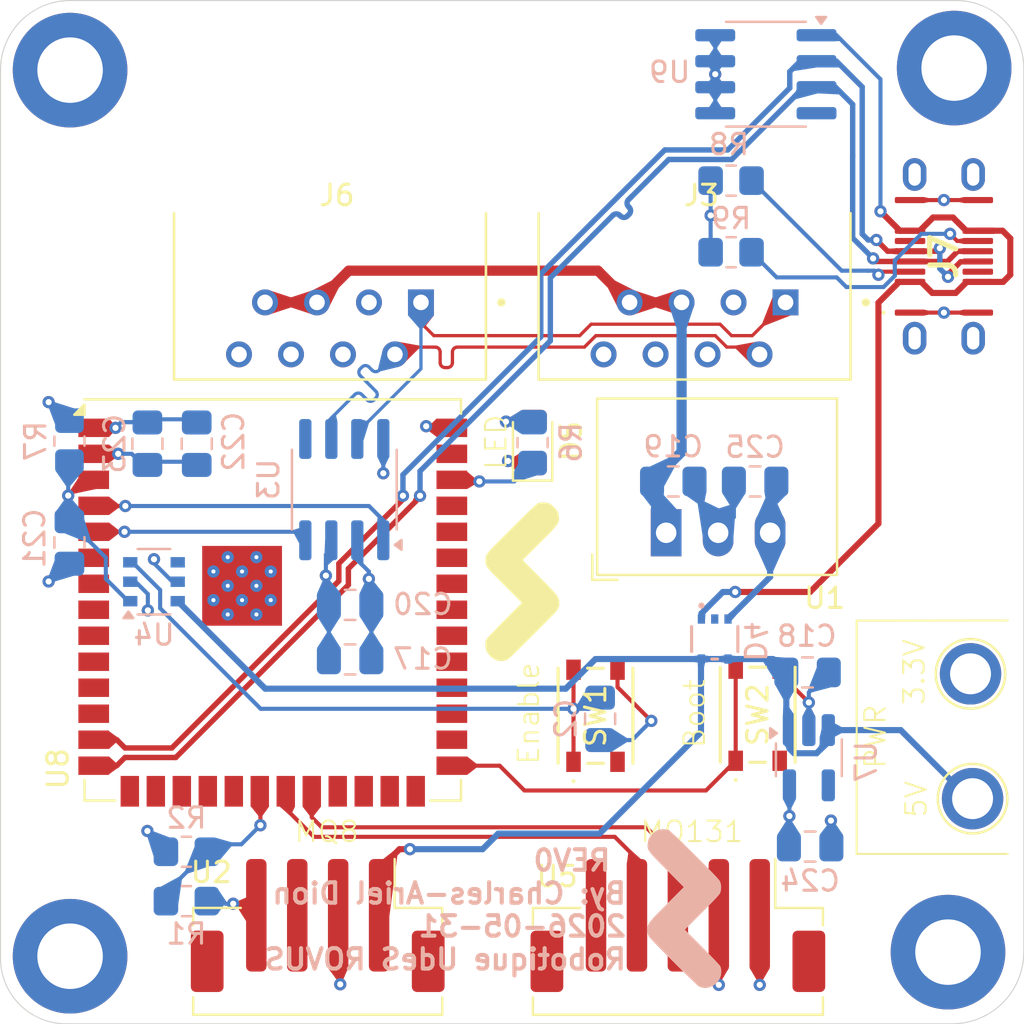
<source format=kicad_pcb>
(kicad_pcb (version 20241229) (generator "pcbnew") (generator_version "9.0")
  (layers (0 "F.Cu" signal) (4 "In1.Cu" power "GND") (6 "In2.Cu" power "3.3V") (2 "B.Cu" signal) (13 "F.Paste" user) (15 "B.Paste" user) (5 "F.SilkS" user "F.Silkscreen") (7 "B.SilkS" user "B.Silkscreen") (1 "F.Mask" user) (3 "B.Mask" user) (25 "Edge.Cuts" user))
  (property "AUTHOR" "<ENTER_AUTOR_HERE>")
  (property "GROUP_NAME" "Robotique UdeS")
  (property "REVISION" "0")
  (property "TEAM" "ROVUS")
  (net 0 "")
  (net 1 "GND")
  (net 2 "EN_ESP")
  (net 3 "+3.3V")
  (net 4 "+5V")
  (net 5 "+24V")
  (net 6 "+5V_ETH")
  (net 8 "+5V_USB")
  (net 9 "Net-(D5-A)")
  (net 11 "CAN_N")
  (net 13 "CAN_P")
  (net 14 "EN_SW")
  (net 17 "USB_P")
  (net 18 "Net-(J7-CC2)")
  (net 19 "Net-(J7-CC1)")
  (net 20 "USB_N")
  (net 26 "LED_BUILDIN")
  (net 27 "GPIO_0")
  (net 28 "MQ131_SDA")
  (net 29 "MQ131_SCL")
  (net 30 "MQ8_AOUT")
  (net 31 "RXC")
  (net 32 "TXC")
  (net 63 "/Sensors/MQ8_AOUT_5V")
  (footprint "RoverFootprint:MountingHole" (layer "F.Cu") (at 76.6 33.3)
    (property "Reference" "H10" (hide yes))
    (property "Value" "MountingHole_Pad")
  )
  (footprint "LED_SMD:LED_0805_2012Metric_Pad1.15x1.40mm_HandSolder" (layer "F.Cu") (at 56 51.6 90)
    (property "Reference" "D5")
    (property "Value" "B")
  )
  (footprint "RoverFootprint:Ethernet_Horizontal" (layer "F.Cu") (at 46.1 38.4 180)
    (property "Reference" "J6")
    (property "Value" "Eth-Horiz")
  )
  (footprint "TestPoint:TestPoint_Plated_Hole_D2.0mm" (layer "F.Cu") (at 77.4 62.9)
    (property "Reference" "TP2" (hide yes))
    (property "Value" "TestPoint")
  )
  (footprint "RoverFootprint:Ethernet_Horizontal" (layer "F.Cu") (at 63.916 38.4 180)
    (property "Reference" "J3")
    (property "Value" "Eth-Horiz")
  )
  (footprint "RoverFootprint:USB4145_GCT" (layer "F.Cu") (at 76.1 42.5 90)
    (property "Reference" "J7")
    (property "Value" "USB_C_USB4145-GCT" (hide yes))
  )
  (footprint "Connector_JST:JST_PH_B5B-PH-SM4-TB_1x05-1MP_P2.00mm_Vertical" (layer "F.Cu") (at 63.1 75.2 180)
    (property "Reference" "U5")
    (property "Value" "MQ-131")
  )
  (footprint "Converter_DCDC:Converter_DCDC_RECOM_R-78E-0.5_THT" (layer "F.Cu") (at 62.5275 56.0075)
    (property "Reference" "U1")
    (property "Value" "R-78E5.0-0.5")
  )
  (footprint "RoverFootprint:MountingHole" (layer "F.Cu") (at 33.4 33.4)
    (property "Reference" "H9" (hide yes))
    (property "Value" "MountingHole_Pad")
  )
  (footprint "RoverFootprint:MountingHole" (layer "F.Cu") (at 76.3 76.5)
    (property "Reference" "H11" (hide yes))
    (property "Value" "MountingHole_Pad")
  )
  (footprint "RoverFootprint:SW-PTS815 SJM250SMTRLFS" (layer "F.Cu") (at 67 64.9 90)
    (property "Reference" "SW2")
    (property "Value" "SW-PTS815SJM250SMTRLFS")
  )
  (footprint "RoverFootprint:MountingHole" (layer "F.Cu") (at 33.4 76.7)
    (property "Reference" "H12" (hide yes))
    (property "Value" "MountingHole_Pad")
  )
  (footprint "RoverFootprint:SW-PTS815 SJM250SMTRLFS" (layer "F.Cu") (at 59.074999 64.950001 90)
    (property "Reference" "SW1")
    (property "Value" "SW-PTS815SJM250SMTRLFS")
  )
  (footprint "RF_Module:ESP32-S3-WROOM-1U" (layer "F.Cu") (at 43.304394 59.29)
    (property "Reference" "U8")
    (property "Value" "ESP32-S3-WROVER")
  )
  (footprint "TestPoint:TestPoint_Plated_Hole_D2.0mm" (layer "F.Cu") (at 77.5 69)
    (property "Reference" "TP1" (hide yes))
    (property "Value" "TestPoint")
  )
  (footprint "Connector_JST:JST_PH_B4B-PH-SM4-TB_1x04-1MP_P2.00mm_Vertical" (layer "F.Cu") (at 45.5 75.199 180)
    (property "Reference" "U2")
    (property "Value" "MQ-8")
  )
  (footprint "LOGO" (layer "F.Cu") (at 55.339123 58.164498)
    (property "Reference" "G***" (hide yes))
    (property "Value" "LOGO" (hide yes))
  )
  (footprint "Capacitor_SMD:C_0805_2012Metric_Pad1.18x1.45mm_HandSolder" (layer "B.Cu") (at 62.8745 53.5)
    (property "Reference" "C19")
    (property "Value" "10uF")
  )
  (footprint "Capacitor_SMD:C_0805_2012Metric_Pad1.18x1.45mm_HandSolder" (layer "B.Cu") (at 59.3 65.1 -90)
    (property "Reference" "C2")
    (property "Value" "100nF")
  )
  (footprint "Resistor_SMD:R_0805_2012Metric_Pad1.20x1.40mm_HandSolder" (layer "B.Cu") (at 33.368 51.529 -90)
    (property "Reference" "R7")
    (property "Value" "10k")
  )
  (footprint "Capacitor_SMD:C_0805_2012Metric_Pad1.18x1.45mm_HandSolder" (layer "B.Cu") (at 66.8745 53.5 180)
    (property "Reference" "C25")
    (property "Value" "10uF")
  )
  (footprint "Package_TO_SOT_SMD:SOT-23-5_HandSoldering" (layer "B.Cu") (at 69.5 67 -90)
    (property "Reference" "U7")
    (property "Value" "LDO-TLV74033PDBVR")
  )
  (footprint "Capacitor_SMD:C_0805_2012Metric_Pad1.18x1.45mm_HandSolder" (layer "B.Cu") (at 69.563 71.341)
    (property "Reference" "C24")
    (property "Value" "10uF")
  )
  (footprint "Capacitor_SMD:C_0805_2012Metric_Pad1.18x1.45mm_HandSolder" (layer "B.Cu") (at 39.588 51.656 90)
    (property "Reference" "C22")
    (property "Value" "10uF")
  )
  (footprint "Resistor_SMD:R_0805_2012Metric_Pad1.20x1.40mm_HandSolder" (layer "B.Cu") (at 65.7 42.3 180)
    (property "Reference" "R9")
    (property "Value" "5k1")
  )
  (footprint "Package_SO:TSOP-6_1.65x3.05mm_P0.95mm" (layer "B.Cu") (at 37.5 58.4)
    (property "Reference" "U4")
    (property "Value" "Volt_check-NCV308")
  )
  (footprint "Resistor_SMD:R_0805_2012Metric_Pad1.20x1.40mm_HandSolder" (layer "B.Cu") (at 65.7 38.8 180)
    (property "Reference" "R8")
    (property "Value" "5k1")
  )
  (footprint "Capacitor_SMD:C_0805_2012Metric_Pad1.18x1.45mm_HandSolder" (layer "B.Cu") (at 47.084 59.53)
    (property "Reference" "C20")
    (property "Value" "100nF")
  )
  (footprint "Resistor_SMD:R_0805_2012Metric_Pad1.20x1.40mm_HandSolder" (layer "B.Cu") (at 39.083 71.595 180)
    (property "Reference" "R2")
    (property "Value" "20k")
  )
  (footprint "Resistor_SMD:R_0805_2012Metric_Pad1.20x1.40mm_HandSolder" (layer "B.Cu") (at 39.083 74.008 180)
    (property "Reference" "R1")
    (property "Value" "10k")
  )
  (footprint "Capacitor_SMD:C_0805_2012Metric_Pad1.18x1.45mm_HandSolder" (layer "B.Cu") (at 33.368 56.482 -90)
    (property "Reference" "C21")
    (property "Value" "1uF")
  )
  (footprint "LOGO" (layer "B.Cu") (at 63.573 74.137 180)
    (property "Reference" "G***" (hide yes))
    (property "Value" "LOGO" (hide yes))
  )
  (footprint "Capacitor_SMD:C_0805_2012Metric_Pad1.18x1.45mm_HandSolder" (layer "B.Cu") (at 69.436 62.832)
    (property "Reference" "C18")
    (property "Value" "10uF")
  )
  (footprint "Resistor_SMD:R_0805_2012Metric_Pad1.20x1.40mm_HandSolder" (layer "B.Cu") (at 56 51.6 90)
    (property "Reference" "R6")
    (property "Value" "1k")
  )
  (footprint "RoverFootprint:Diode_schottky-CVJ10F30" (layer "B.Cu") (at 64.9 61.2 -90)
    (property "Reference" "D4")
    (property "Value" "CVJ10F30")
  )
  (footprint "Capacitor_SMD:C_0805_2012Metric_Pad1.18x1.45mm_HandSolder" (layer "B.Cu") (at 47.084 62.197)
    (property "Reference" "C17")
    (property "Value" "10uF")
  )
  (footprint "Package_SO:SOIC-8_3.9x4.9mm_P1.27mm" (layer "B.Cu") (at 46.8 53.9 90)
    (property "Reference" "U3")
    (property "Value" "SN65HVD232")
  )
  (footprint "Package_SO:SOIC-8_3.9x4.9mm_P1.27mm" (layer "B.Cu") (at 67.4 33.6 180)
    (property "Reference" "U9")
    (property "Value" "TVS")
  )
  (footprint "Capacitor_SMD:C_0805_2012Metric_Pad1.18x1.45mm_HandSolder" (layer "B.Cu") (at 37.178 51.656 -90)
    (property "Reference" "C23")
    (property "Value" "100nF")
  )
  (gr_line (start 71.8375 71.7) (end 71.8375 60.3) (stroke (width 0.1)) (layer "F.SilkS"))
  (gr_line (start 71.8375 60.3) (end 79.215 60.292) (stroke (width 0.1)) (layer "F.SilkS"))
  (gr_line (start 79.215 71.7) (end 71.8375 71.7) (stroke (width 0.1)) (layer "F.SilkS"))
  (gr_arc (start 80 76.5) (mid 78.974874 78.974874) (end 76.5 80) (stroke (width 0.05)) (layer "Edge.Cuts"))
  (gr_line (start 33.4 30) (end 76.6 30) (stroke (width 0.05)) (layer "Edge.Cuts"))
  (gr_arc (start 33.2 80) (mid 30.937258 79.062742) (end 30 76.8) (stroke (width 0.05)) (layer "Edge.Cuts"))
  (gr_line (start 30 33.4) (end 30 76.8) (stroke (width 0.05)) (layer "Edge.Cuts"))
  (gr_line (start 33.2 80) (end 76.5 80) (stroke (width 0.05)) (layer "Edge.Cuts"))
  (gr_arc (start 76.6 30) (mid 78.962742 30.895837) (end 80 33.2) (stroke (width 0.05)) (layer "Edge.Cuts"))
  (gr_arc (start 30 33.4) (mid 30.995837 30.995837) (end 33.4 30) (stroke (width 0.05)) (layer "Edge.Cuts"))
  (gr_line (start 80 33.200027) (end 80 76.5) (stroke (width 0.05)) (layer "Edge.Cuts"))
  (gr_text "Enable" (at 56.4 67.4 90) (layer "F.SilkS") (effects (font (size 1 1) (thickness 0.1)) (justify left bottom)))
  (gr_text "5V" (at 75.3375 70 90) (layer "F.SilkS") (effects (font (size 1 1) (thickness 0.1)) (justify left bottom)))
  (gr_text "LED" (at 54.8 53 90) (layer "F.SilkS") (effects (font (size 1 1) (thickness 0.1)) (justify left bottom)))
  (gr_text "MQ8" (at 44.3 71.2 0) (layer "F.SilkS") (effects (font (size 1 1) (thickness 0.1)) (justify left bottom)))
  (gr_text "PWR" (at 73.3375 67.6 90) (layer "F.SilkS") (effects (font (size 1 1) (thickness 0.1)) (justify left bottom)))
  (gr_text "3.3V" (at 75.2375 64.5 90) (layer "F.SilkS") (effects (font (size 1 1) (thickness 0.1)) (justify left bottom)))
  (gr_text "Boot" (at 64.5 66.6 90) (layer "F.SilkS") (effects (font (size 1 1) (thickness 0.1)) (justify left bottom)))
  (gr_text "MQ131" (at 61.2 71.2 0) (layer "F.SilkS") (effects (font (size 1 1) (thickness 0.1)) (justify left bottom)))
  (gr_text "${PROJECTNAME} REV${REVISION}\nBy: Charles-Ariel Dion\n${CURRENT_DATE}\n${GROUP_NAME} ${TEAM}\n" (at 60.673 77.437 0) (layer "B.SilkS") (effects (font (size 1 1) (thickness 0.2) (bold yes)) (justify left bottom mirror)))
  (segment (start 75.07 46.28) (end 75.07 46.5) (width 0.2) (layer "F.Cu") (net 1))
  (segment (start 65.1 74.7) (end 65.1 78.1) (width 0.2) (layer "F.Cu") (net 1))
  (segment (start 65.1 78.1) (end 65.1 78.2) (width 0.2) (layer "F.Cu") (net 1))
  (segment (start 46.6 75.6) (end 46.6 78.072) (width 0.2) (layer "F.Cu") (net 1))
  (segment (start 77.35 46.5) (end 77.93 46.5) (width 0.2) (layer "F.Cu") (net 1))
  (segment (start 74.67 38.5) (end 74.75 38.5) (width 0.2) (layer "F.Cu") (net 1))
  (segment (start 52.054394 50.88) (end 50.88 50.88) (width 0.2) (layer "F.Cu") (net 1))
  (segment (start 35.62 50.88) (end 34.554394 50.88) (width 0.2) (layer "F.Cu") (net 1))
  (segment (start 60.149998 62.7) (end 60.149998 63.549998) (width 0.2) (layer "F.Cu") (net 1))
  (segment (start 60.149998 63.549998) (end 61.8 65.2) (width 0.2) (layer "F.Cu") (net 1))
  (segment (start 76.3 45.25) (end 76.1 45.25) (width 0.2) (layer "F.Cu") (net 1))
  (segment (start 50.88 50.88) (end 50.8 50.8) (width 0.2) (layer "F.Cu") (net 1))
  (segment (start 54.925 52.625) (end 54.8 52.5) (width 0.2) (layer "F.Cu") (net 1))
  (segment (start 76.28 39.75) (end 76.1 39.75) (width 0.2) (layer "F.Cu") (net 1))
  (segment (start 74.445 39.75) (end 76 39.75) (width 0.2) (layer "F.Cu") (net 1))
  (segment (start 68.074999 62.649999) (end 68.074999 62.874999) (width 0.2) (layer "F.Cu") (net 1))
  (segment (start 76 39.75) (end 77.755 39.75) (width 0.2) (layer "F.Cu") (net 1))
  (segment (start 76.1 39.75) (end 76 39.75) (width 0.2) (layer "F.Cu") (net 1))
  (segment (start 68.074999 62.874999) (end 69.5 64.3) (width 0.2) (layer "F.Cu") (net 1))
  (segment (start 56 52.625) (end 54.925 52.625) (width 0.2) (layer "F.Cu") (net 1))
  (segment (start 74.845 45.25) (end 76.3 45.25) (width 0.2) (layer "F.Cu") (net 1))
  (segment (start 76.3 45.25) (end 78.155 45.25) (width 0.2) (layer "F.Cu") (net 1))
  (via (at 76.1 39.75) (size 0.6) (drill 0.3) (layers "F.Cu" "B.Cu") (net 1))
  (via (at 37.178 70.579) (size 0.6) (drill 0.3) (layers "F.Cu" "B.Cu") (net 1))
  (via (at 32.352 58.387) (size 0.6) (drill 0.3) (layers "F.Cu" "B.Cu") (net 1))
  (via (at 35.62 50.88) (size 0.6) (drill 0.3) (layers "F.Cu" "B.Cu") (net 1))
  (via (at 64.925 33.6) (size 0.6) (drill 0.3) (layers "F.Cu" "B.Cu") (net 1))
  (via (at 76.1 45.25) (size 0.6) (drill 0.3) (layers "F.Cu" "B.Cu") (net 1))
  (via (at 37.2 59.8) (size 0.6) (drill 0.3) (layers "F.Cu" "B.Cu") (net 1))
  (via (at 65.1 78.1) (size 0.6) (drill 0.3) (layers "F.Cu" "B.Cu") (net 1))
  (via (at 64.7 40.5) (size 0.6) (drill 0.3) (layers "F.Cu" "B.Cu") (net 1))
  (via (at 48.705 53.1) (size 0.6) (drill 0.3) (layers "F.Cu" "B.Cu") (net 1))
  (via (at 54.8 52.5) (size 0.6) (drill 0.3) (layers "F.Cu" "B.Cu") (net 1))
  (via (at 61.8 65.2) (size 0.6) (drill 0.3) (layers "F.Cu" "B.Cu") (net 1))
  (via (at 46.6 78.072) (size 0.6) (drill 0.3) (layers "F.Cu" "B.Cu") (net 1))
  (via (at 48 58.26) (size 0.6) (drill 0.3) (layers "F.Cu" "B.Cu") (net 1))
  (via (at 70.579 70.071) (size 0.6) (drill 0.3) (layers "F.Cu" "B.Cu") (net 1))
  (via (at 50.8 50.8) (size 0.6) (drill 0.3) (layers "F.Cu" "B.Cu") (net 1))
  (via (at 69.5 64.3) (size 0.6) (drill 0.3) (layers "F.Cu" "B.Cu") (net 1))
  (segment (start 36.8 50.4625) (end 38.9 50.4625) (width 0.2) (layer "B.Cu") (net 1))
  (segment (start 70.6005 71.341) (end 70.6005 70.0925) (width 0.2) (layer "B.Cu") (net 1))
  (segment (start 48.1215 62.13) (end 48.1215 59.53) (width 0.2) (layer "B.Cu") (net 1))
  (segment (start 37.2 59.003) (end 37.2 59.8) (width 0.2) (layer "B.Cu") (net 1))
  (segment (start 33.368 57.5195) (end 33.2195 57.5195) (width 0.2) (layer "B.Cu") (net 1))
  (segment (start 65.0675 56.0075) (end 65.0675 55.093) (width 0.2) (layer "B.Cu") (net 1))
  (segment (start 38.083 71.484) (end 37.178 70.579) (width 0.2) (layer "B.Cu") (net 1))
  (segment (start 48 57.9) (end 47.435 57.335) (width 0.2) (layer "B.Cu") (net 1))
  (segment (start 64.925 32.965) (end 64.925 31.695) (width 0.2) (layer "B.Cu") (net 1))
  (segment (start 69.5 64.3) (end 69.5 63.8055) (width 0.2) (layer "B.Cu") (net 1))
  (segment (start 64.925 33.6) (end 64.925 32.965) (width 0.2) (layer "B.Cu") (net 1))
  (segment (start 63.712 54.0375) (end 65.0675 55.393) (width 0.2) (layer "B.Cu") (net 1))
  (segment (start 48.705 51.425) (end 48.705 53.1) (width 0.2) (layer "B.Cu") (net 1))
  (segment (start 65.837 53.5) (end 65.837 55.238) (width 0.2) (layer "B.Cu") (net 1))
  (segment (start 35.9 50.6) (end 36.6625 50.6) (width 0.2) (layer "B.Cu") (net 1))
  (segment (start 36.597 58.4) (end 37.2 59.003) (width 0.2) (layer "B.Cu") (net 1))
  (segment (start 64.925 34.235) (end 64.925 33.6) (width 0.2) (layer "B.Cu") (net 1))
  (segment (start 35.9 50.6) (end 36.8625 50.6) (width 0.2) (layer "B.Cu") (net 1))
  (segment (start 47.435 57.335) (end 47.435 56.375) (width 0.2) (layer "B.Cu") (net 1))
  (segment (start 63.712 53.5) (end 63.712 54.0375) (width 0.2) (layer "B.Cu") (net 1))
  (segment (start 64.7 38.8) (end 64.7 40.5) (width 0.2) (layer "B.Cu") (net 1))
  (segment (start 48 58.26) (end 48 59.4085) (width 0.2) (layer "B.Cu") (net 1))
  (segment (start 38.083 71.595) (end 38.083 71.484) (width 0.2) (layer "B.Cu") (net 1))
  (segment (start 64.7 40.5) (end 64.7 42.3) (width 0.2) (layer "B.Cu") (net 1))
  (segment (start 65.837 55.238) (end 65.0675 56.0075) (width 0.2) (layer "B.Cu") (net 1))
  (segment (start 36.8625 50.6) (end 37.1 50.3625) (width 0.2) (layer "B.Cu") (net 1))
  (segment (start 35.62 50.88) (end 35.9 50.6) (width 0.2) (layer "B.Cu") (net 1))
  (segment (start 59.3 66.1375) (end 60.8625 66.1375) (width 0.2) (layer "B.Cu") (net 1))
  (segment (start 48 58.26) (end 48 57.9) (width 0.2) (layer "B.Cu") (net 1))
  (segment (start 69.5 65.65) (end 69.5 64.3) (width 0.2) (layer "B.Cu") (net 1))
  (segment (start 36.34 58.4) (end 36.597 58.4) (width 0.2) (layer "B.Cu") (net 1))
  (segment (start 60.8625 66.1375) (end 61.8 65.2) (width 0.2) (layer "B.Cu") (net 1))
  (segment (start 48 59.4085) (end 48.1215 59.53) (width 0.2) (layer "B.Cu") (net 1))
  (segment (start 36.6625 50.6) (end 36.8 50.4625) (width 0.2) (layer "B.Cu") (net 1))
  (segment (start 69.5 63.8055) (end 70.4735 62.832) (width 0.2) (layer "B.Cu") (net 1))
  (segment (start 70.6005 70.0925) (end 70.579 70.071) (width 0.2) (layer "B.Cu") (net 1))
  (segment (start 64.925 35.505) (end 64.925 34.235) (width 0.2) (layer "B.Cu") (net 1))
  (segment (start 48.705 53.1) (end 48.705 53.195) (width 0.2) (layer "B.Cu") (net 1))
  (segment (start 65.0675 55.393) (end 65.0675 56.0075) (width 0.2) (layer "B.Cu") (net 1))
  (segment (start 33.2195 57.5195) (end 32.352 58.387) (width 0.2) (layer "B.Cu") (net 1))
  (segment (start 33.306915 54.189841) (end 33.696756 53.8) (width 0.2) (layer "F.Cu") (net 2))
  (segment (start 34.174394 53.8) (end 34.554394 53.42) (width 0.2) (layer "F.Cu") (net 2))
  (segment (start 33.696756 53.8) (end 34.174394 53.8) (width 0.2) (layer "F.Cu") (net 2))
  (via (at 33.306915 54.189841) (size 0.6) (drill 0.3) (layers "F.Cu" "B.Cu") (net 2))
  (segment (start 33.306915 54.189841) (end 33.306915 52.590085) (width 0.2) (layer "B.Cu") (net 2))
  (segment (start 33.368 52.568) (end 33 52.2) (width 0.2) (layer "B.Cu") (net 2))
  (segment (start 33 55.4625) (end 33.0375 55.5) (width 0.2) (layer "B.Cu") (net 2))
  (segment (start 33.306915 54.189841) (end 33.306915 55.383415) (width 0.2) (layer "B.Cu") (net 2))
  (segment (start 35.146 57.2225) (end 35.146 58.26) (width 0.2) (layer "B.Cu") (net 2))
  (segment (start 35.146 58.26) (end 36.236 59.35) (width 0.2) (layer "B.Cu") (net 2))
  (segment (start 33.368 55.4445) (end 35.146 57.2225) (width 0.2) (layer "B.Cu") (net 2))
  (segment (start 36.236 59.35) (end 36.34 59.35) (width 0.2) (layer "B.Cu") (net 2))
  (segment (start 33.306915 55.383415) (end 33.368 55.4445) (width 0.2) (layer "B.Cu") (net 2))
  (segment (start 33.306915 52.590085) (end 33.368 52.529) (width 0.2) (layer "B.Cu") (net 2))
  (segment (start 34.000057 52.15) (end 34.554394 52.15) (width 0.2) (layer "F.Cu") (net 3))
  (segment (start 67.1 74.7) (end 67.1 78.1) (width 0.2) (layer "F.Cu") (net 3))
  (segment (start 34.554394 52.15) (end 35.75 52.15) (width 0.2) (layer "F.Cu") (net 3))
  (via (at 68.55 69.85) (size 0.6) (drill 0.3) (layers "F.Cu" "B.Cu") (net 3))
  (via (at 45.9 58.1) (size 0.6) (drill 0.3) (layers "F.Cu" "B.Cu") (net 3))
  (via (at 32.352 49.624) (size 0.6) (drill 0.3) (layers "F.Cu" "B.Cu") (net 3))
  (via (at 37.5 57.3) (size 0.6) (drill 0.3) (layers "F.Cu" "B.Cu") (net 3))
  (via (at 35.75 52.15) (size 0.6) (drill 0.3) (layers "F.Cu" "B.Cu") (net 3))
  (via (at 67.1 78.1) (size 0.6) (drill 0.3) (layers "F.Cu" "B.Cu") (net 3))
  (segment (start 46.0465 62.13) (end 46.0465 59.53) (width 0.2) (layer "B.Cu") (net 3))
  (segment (start 36.4125 52.15) (end 36.8 52.5375) (width 0.2) (layer "B.Cu") (net 3))
  (segment (start 35.75 52.15) (end 36.4125 52.15) (width 0.2) (layer "B.Cu") (net 3))
  (segment (start 36.8 52.5375) (end 38.9 52.5375) (width 0.2) (layer "B.Cu") (net 3))
  (segment (start 45.9 59.3835) (end 46.0465 59.53) (width 0.2) (layer "B.Cu") (net 3))
  (segment (start 68.55 68.35) (end 68.55 69.85) (width 0.2) (layer "B.Cu") (net 3))
  (segment (start 45.9 57.0775) (end 45.9 58.1) (width 0.2) (layer "B.Cu") (net 3))
  (segment (start 46.2025 56.775) (end 45.9 57.0775) (width 0.2) (layer "B.Cu") (net 3))
  (segment (start 38.66 58.4) (end 38.403 58.4) (width 0.2) (layer "B.Cu") (net 3))
  (segment (start 33.257 50.529) (end 32.352 49.624) (width 0.2) (layer "B.Cu") (net 3))
  (segment (start 33.368 50.529) (end 33.257 50.529) (width 0.2) (layer "B.Cu") (net 3))
  (segment (start 45.9 58.1) (end 45.9 59.3835) (width 0.2) (layer "B.Cu") (net 3))
  (segment (start 37.5 57.497) (end 37.5 57.3) (width 0.2) (layer "B.Cu") (net 3))
  (segment (start 38.403 58.4) (end 37.5 57.497) (width 0.2) (layer "B.Cu") (net 3))
  (segment (start 68.5255 71.341) (end 68.5255 69.8745) (width 0.2) (layer "B.Cu") (net 3))
  (segment (start 68.5255 69.8745) (end 68.55 69.85) (width 0.2) (layer "B.Cu") (net 3))
  (segment (start 49.497 71.468) (end 48.5 72.465) (width 0.3) (layer "F.Cu") (net 4))
  (segment (start 50.005 71.468) (end 49.497 71.468) (width 0.3) (layer "F.Cu") (net 4))
  (segment (start 48.5 72.465) (end 48.5 74.699) (width 0.3) (layer "F.Cu") (net 4))
  (via (at 50.005 71.468) (size 0.6) (drill 0.3) (layers "F.Cu" "B.Cu") (net 4))
  (segment (start 68.55 66.55) (end 68.55 65.65) (width 0.3) (layer "B.Cu") (net 4))
  (segment (start 70.45 65.65) (end 70.45 66.210702) (width 0.3) (layer "B.Cu") (net 4))
  (segment (start 54.323 70.706) (end 53.561 71.468) (width 0.3) (layer "B.Cu") (net 4))
  (segment (start 59.072157 62.1779) (end 64.250001 62.1779) (width 0.3) (layer "B.Cu") (net 4))
  (segment (start 57.624057 63.626) (end 59.072157 62.1779) (width 0.3) (layer "B.Cu") (net 4))
  (segment (start 53.561 71.468) (end 50.005 71.468) (width 0.3) (layer "B.Cu") (net 4))
  (segment (start 69.879702 66.781) (end 68.781 66.781) (width 0.3) (layer "B.Cu") (net 4))
  (segment (start 64.250001 62.1779) (end 64.229 62.198901) (width 0.3) (layer "B.Cu") (net 4))
  (segment (start 68.781 66.781) (end 68.55 66.55) (width 0.3) (layer "B.Cu") (net 4))
  (segment (start 73.9875 65.65) (end 70.45 65.65) (width 0.3) (layer "B.Cu") (net 4))
  (segment (start 65.549999 62.1779) (end 67.7444 62.1779) (width 0.3) (layer "B.Cu") (net 4))
  (segment (start 65.549999 62.1779) (end 64.250001 62.1779) (width 0.3) (layer "B.Cu") (net 4))
  (segment (start 64.229 62.198901) (end 64.229 65.753) (width 0.3) (layer "B.Cu") (net 4))
  (segment (start 68.3985 65.4985) (end 68.55 65.65) (width 0.3) (layer "B.Cu") (net 4))
  (segment (start 64.229 65.753) (end 59.276 70.706) (width 0.3) (layer "B.Cu") (net 4))
  (segment (start 59.276 70.706) (end 54.323 70.706) (width 0.3) (layer "B.Cu") (net 4))
  (segment (start 68.3985 62.832) (end 68.3985 65.4985) (width 0.3) (layer "B.Cu") (net 4))
  (segment (start 67.7444 62.1779) (end 68.3985 62.832) (width 0.3) (layer "B.Cu") (net 4))
  (segment (start 42.936 63.626) (end 57.624057 63.626) (width 0.3) (layer "B.Cu") (net 4))
  (segment (start 38.66 59.35) (end 42.936 63.626) (width 0.3) (layer "B.Cu") (net 4))
  (segment (start 77.5375 69.2) (end 73.9875 65.65) (width 0.3) (layer "B.Cu") (net 4))
  (segment (start 70.45 66.210702) (end 69.879702 66.781) (width 0.3) (layer "B.Cu") (net 4))
  (segment (start 60.741 44.75) (end 63.281 44.75) (width 0.5) (layer "F.Cu") (net 5))
  (segment (start 42.925 44.75) (end 45.465 44.75) (width 0.5) (layer "F.Cu") (net 5))
  (segment (start 60.741 44.75) (end 59.191 43.2) (width 0.5) (layer "F.Cu") (net 5))
  (segment (start 47.015 43.2) (end 45.465 44.75) (width 0.5) (layer "F.Cu") (net 5))
  (segment (start 59.191 43.2) (end 47.015 43.2) (width 0.5) (layer "F.Cu") (net 5))
  (segment (start 63.281 44.75) (end 63.281 52.056) (width 0.5) (layer "B.Cu") (net 5))
  (segment (start 63.281 52.056) (end 61.837 53.5) (width 0.5) (layer "B.Cu") (net 5))
  (segment (start 61.837 53.5) (end 62.1095 53.7725) (width 0.5) (layer "B.Cu") (net 5))
  (segment (start 62.1095 55.5895) (end 62.5275 56.0075) (width 0.5) (layer "B.Cu") (net 5))
  (segment (start 62.1095 53.7725) (end 62.1095 55.5895) (width 0.5) (layer "B.Cu") (net 5))
  (segment (start 67.6075 53.8045) (end 67.912 53.5) (width 0.3) (layer "B.Cu") (net 6))
  (segment (start 67.6075 56.0075) (end 67.6075 53.8045) (width 0.3) (layer "B.Cu") (net 6))
  (segment (start 67.6075 58.164599) (end 65.549999 60.2221) (width 0.3) (layer "B.Cu") (net 6))
  (segment (start 67.6075 56.0075) (end 67.6075 58.164599) (width 0.3) (layer "B.Cu") (net 6))
  (segment (start 78.993 43.75) (end 79.342 43.401) (width 0.3) (layer "F.Cu") (net 8))
  (segment (start 65.9 58.9) (end 69.558 58.9) (width 0.3) (layer "F.Cu") (net 8))
  (segment (start 74.921 41.25) (end 75.571 40.6) (width 0.3) (layer "F.Cu") (net 8))
  (segment (start 77.215 43.75) (end 77.755 43.75) (width 0.3) (layer "F.Cu") (net 8))
  (segment (start 74.445 43.75) (end 74.992 43.75) (width 0.3) (layer "F.Cu") (net 8))
  (segment (start 73.95 41.25) (end 73 40.3) (width 0.3) (layer "F.Cu") (net 8))
  (segment (start 75.571 40.6) (end 76.541 40.6) (width 0.3) (layer "F.Cu") (net 8))
  (segment (start 74.445 41.25) (end 73.95 41.25) (width 0.3) (layer "F.Cu") (net 8))
  (segment (start 73.913 43.75) (end 74.445 43.75) (width 0.3) (layer "F.Cu") (net 8))
  (segment (start 76.675 44.29) (end 77.215 43.75) (width 0.3) (layer "F.Cu") (net 8))
  (segment (start 74.992 43.75) (end 75.532 44.29) (width 0.3) (layer "F.Cu") (net 8))
  (segment (start 79.342 43.401) (end 79.342 41.623) (width 0.3) (layer "F.Cu") (net 8))
  (segment (start 77.191 41.25) (end 77.755 41.25) (width 0.3) (layer "F.Cu") (net 8))
  (segment (start 78.533824 41.25) (end 77.755 41.25) (width 0.3) (layer "F.Cu") (net 8))
  (segment (start 78.968 41.249) (end 77.755 41.249) (width 0.3) (layer "F.Cu") (net 8))
  (segment (start 72.9 55.558) (end 72.9 44.763) (width 0.3) (layer "F.Cu") (net 8))
  (segment (start 69.558 58.9) (end 72.9 55.558) (width 0.3) (layer "F.Cu") (net 8))
  (segment (start 79.342 41.623) (end 78.968 41.249) (width 0.3) (layer "F.Cu") (net 8))
  (segment (start 74.445 41.25) (end 74.921 41.25) (width 0.3) (layer "F.Cu") (net 8))
  (segment (start 75.532 44.29) (end 76.675 44.29) (width 0.3) (layer "F.Cu") (net 8))
  (segment (start 72.9 44.763) (end 73.913 43.75) (width 0.3) (layer "F.Cu") (net 8))
  (segment (start 77.755 43.75) (end 78.993 43.75) (width 0.3) (layer "F.Cu") (net 8))
  (segment (start 76.541 40.6) (end 77.191 41.25) (width 0.3) (layer "F.Cu") (net 8))
  (via (at 73 40.3) (size 0.6) (drill 0.3) (layers "F.Cu" "B.Cu") (net 8))
  (via (at 65.9 58.9) (size 0.6) (drill 0.3) (layers "F.Cu" "B.Cu") (net 8))
  (segment (start 73 33.845001) (end 73 40.3) (width 0.2) (layer "B.Cu") (net 8))
  (segment (start 70.849999 31.695) (end 73 33.845001) (width 0.2) (layer "B.Cu") (net 8))
  (segment (start 64.250001 59.949999) (end 65.3 58.9) (width 0.3) (layer "B.Cu") (net 8))
  (segment (start 64.250001 60.2221) (end 64.250001 59.949999) (width 0.3) (layer "B.Cu") (net 8))
  (segment (start 65.3 58.9) (end 65.9 58.9) (width 0.3) (layer "B.Cu") (net 8))
  (segment (start 69.875 31.695) (end 70.849999 31.695) (width 0.2) (layer "B.Cu") (net 8))
  (segment (start 54.7 50.575) (end 54.675 50.575) (width 0.2) (layer "F.Cu") (net 9))
  (segment (start 56 50.575) (end 54.7 50.575) (width 0.2) (layer "F.Cu") (net 9))
  (via (at 54.7 50.575) (size 0.6) (drill 0.3) (layers "F.Cu" "B.Cu") (net 9))
  (segment (start 54.7 50.575) (end 55.975 50.575) (width 0.2) (layer "B.Cu") (net 9))
  (segment (start 55.975 50.575) (end 56 50.6) (width 0.2) (layer "B.Cu") (net 9))
  (segment (start 51.843357 47.935) (end 51.723357 47.935) (width 0.16) (layer "F.Cu") (net 11))
  (segment (start 51.123357 46.935) (end 50.870755 46.935) (width 0.16) (layer "F.Cu") (net 11))
  (segment (start 65.490006 46.935) (end 64.930006 46.375) (width 0.16) (layer "F.Cu") (net 11))
  (segment (start 67.091 47.29) (end 66.736 46.935) (width 0.16) (layer "F.Cu") (net 11))
  (segment (start 49.63 46.935) (end 49.275 47.29) (width 0.16) (layer "F.Cu") (net 11))
  (segment (start 58.531994 46.935) (end 52.323357 46.935) (width 0.16) (layer "F.Cu") (net 11))
  (segment (start 64.930006 46.375) (end 59.091994 46.375) (width 0.16) (layer "F.Cu") (net 11))
  (segment (start 59.091994 46.375) (end 58.531994 46.935) (width 0.16) (layer "F.Cu") (net 11))
  (segment (start 50.870755 46.935) (end 49.63 46.935) (width 0.16) (layer "F.Cu") (net 11))
  (segment (start 52.083357 47.175) (end 52.083357 47.695) (width 0.16) (layer "F.Cu") (net 11))
  (segment (start 51.483357 47.695) (end 51.483357 47.175) (width 0.16) (layer "F.Cu") (net 11))
  (segment (start 66.736 46.935) (end 65.490006 46.935) (width 0.16) (layer "F.Cu") (net 11))
  (segment (start 51.243357 46.935) (end 51.123357 46.935) (width 0.16) (layer "F.Cu") (net 11))
  (arc (start 52.083357 47.695) (mid 52.013063 47.864706) (end 51.843357 47.935) (width 0.16) (layer "F.Cu") (net 11))
  (arc (start 51.723357 47.935) (mid 51.553651 47.864706) (end 51.483357 47.695) (width 0.16) (layer "F.Cu") (net 11))
  (arc (start 51.483357 47.175) (mid 51.413063 47.005294) (end 51.243357 46.935) (width 0.16) (layer "F.Cu") (net 11))
  (arc (start 52.323357 46.935) (mid 52.153651 47.005294) (end 52.083357 47.175) (width 0.16) (layer "F.Cu") (net 11))
  (segment (start 48.500847 48.064156) (end 48.585698 47.979303) (width 0.16) (layer "B.Cu") (net 11))
  (segment (start 47.90687 48.658125) (end 47.906873 48.658127) (width 0.16) (layer "B.Cu") (net 11))
  (segment (start 47.737168 48.488422) (end 47.581131 48.332385) (width 0.16) (layer "B.Cu") (net 11))
  (segment (start 48.005397 47.908119) (end 48.161435 48.064157) (width 0.16) (layer "B.Cu") (net 11))
  (segment (start 47.652314 49.252097) (end 47.914443 49.514226) (width 0.16) (layer "B.Cu") (net 11))
  (segment (start 46.165 51.425) (end 46.165 50.4) (width 0.16) (layer "B.Cu") (net 11))
  (segment (start 47.581131 47.992973) (end 47.665987 47.908118) (width 0.16) (layer "B.Cu") (net 11))
  (segment (start 48.338706 49.089961) (end 48.076576 48.827831) (width 0.16) (layer "B.Cu") (net 11))
  (segment (start 46.165 50.4) (end 47.312903 49.252097) (width 0.16) (layer "B.Cu") (net 11))
  (segment (start 48.253854 49.514226) (end 48.338706 49.429373) (width 0.16) (layer "B.Cu") (net 11))
  (segment (start 48.076576 48.827831) (end 47.90687 48.658125) (width 0.16) (layer "B.Cu") (net 11))
  (segment (start 47.906873 48.658127) (end 47.737168 48.488422) (width 0.16) (layer "B.Cu") (net 11))
  (segment (start 48.585698 47.979303) (end 49.275 47.29) (width 0.16) (layer "B.Cu") (net 11))
  (arc (start 48.161435 48.064157) (mid 48.33114 48.134452) (end 48.500847 48.064156) (width 0.16) (layer "B.Cu") (net 11))
  (arc (start 47.581131 48.332385) (mid 47.510837 48.162678) (end 47.581131 47.992973) (width 0.16) (layer "B.Cu") (net 11))
  (arc (start 47.312903 49.252097) (mid 47.482608 49.181803) (end 47.652314 49.252097) (width 0.16) (layer "B.Cu") (net 11))
  (arc (start 48.338706 49.429373) (mid 48.409001 49.259667) (end 48.338706 49.089961) (width 0.16) (layer "B.Cu") (net 11))
  (arc (start 47.914443 49.514226) (mid 48.084149 49.58452) (end 48.253854 49.514226) (width 0.16) (layer "B.Cu") (net 11))
  (arc (start 47.665987 47.908118) (mid 47.835692 47.837824) (end 48.005397 47.908119) (width 0.16) (layer "B.Cu") (net 11))
  (segment (start 65.721937 46.375) (end 66.736 46.375) (width 0.16) (layer "F.Cu") (net 13))
  (segment (start 58.300062 46.375) (end 58.860042 45.81502) (width 0.16) (layer "F.Cu") (net 13))
  (segment (start 65.161957 45.81502) (end 65.721937 46.375) (width 0.16) (layer "F.Cu") (net 13))
  (segment (start 58.860042 45.81502) (end 65.161957 45.81502) (width 0.16) (layer "F.Cu") (net 13))
  (segment (start 50.545 44.75) (end 50.545 45.74902) (width 0.16) (layer "F.Cu") (net 13))
  (segment (start 51.17098 46.375) (end 58.300062 46.375) (width 0.16) (layer "F.Cu") (net 13))
  (segment (start 66.736 46.375) (end 68.361 44.75) (width 0.16) (layer "F.Cu") (net 13))
  (segment (start 50.545 45.74902) (end 51.17098 46.375) (width 0.16) (layer "F.Cu") (net 13))
  (segment (start 50.545 44.75) (end 50.545 47.996318) (width 0.16) (layer "B.Cu") (net 13))
  (segment (start 50.545 47.996318) (end 47.435 51.106318) (width 0.16) (layer "B.Cu") (net 13))
  (segment (start 47.435 51.106318) (end 47.435 51.425) (width 0.16) (layer "B.Cu") (net 13))
  (segment (start 58 62.7) (end 58 64.61) (width 0.2) (layer "F.Cu") (net 14))
  (segment (start 58 64.61) (end 58 67.200002) (width 0.2) (layer "F.Cu") (net 14))
  (via (at 58 64.61) (size 0.6) (drill 0.3) (layers "F.Cu" "B.Cu") (net 14))
  (segment (start 37.8 59.697) (end 42.713 64.61) (width 0.2) (layer "B.Cu") (net 14))
  (segment (start 36.45 57.45) (end 37.8 58.8) (width 0.2) (layer "B.Cu") (net 14))
  (segment (start 36.34 57.45) (end 36.45 57.45) (width 0.2) (layer "B.Cu") (net 14))
  (segment (start 58.7525 64.61) (end 59.3 64.0625) (width 0.2) (layer "B.Cu") (net 14))
  (segment (start 37.8 58.8) (end 37.8 59.697) (width 0.2) (layer "B.Cu") (net 14))
  (segment (start 42.713 64.61) (end 58.7525 64.61) (width 0.2) (layer "B.Cu") (net 14))
  (segment (start 50.29902 54.40098) (end 50.29902 54.462281) (width 0.2644) (layer "F.Cu") (net 17))
  (segment (start 72.788757 42.75) (end 72.638757 42.6) (width 0.2644) (layer "F.Cu") (net 17))
  (segment (start 76.44844 42.574025) (end 76.772466 42.25) (width 0.2644) (layer "F.Cu") (net 17))
  (segment (start 76.272466 42.75) (end 76.44844 42.574025) (width 0.2644) (layer "F.Cu") (net 17))
  (segment (start 36.081215 66.98818) (end 35.679395 67.39) (width 0.2644) (layer "F.Cu") (net 17))
  (segment (start 50.5 54.2) (end 50.29902 54.40098) (width 0.2644) (layer "F.Cu") (net 17))
  (segment (start 46.99858 57.762721) (end 46.99858 58.555047) (width 0.2644) (layer "F.Cu") (net 17))
  (segment (start 43.424155 62.129472) (end 38.565447 66.98818) (width 0.2644) (layer "F.Cu") (net 17))
  (segment (start 74.445 42.75) (end 76.272466 42.75) (width 0.2644) (layer "F.Cu") (net 17))
  (segment (start 43.674313 61.879314) (end 43.424155 62.129472) (width 0.2644) (layer "F.Cu") (net 17))
  (segment (start 50.29902 54.462281) (end 46.99858 57.762721) (width 0.2644) (layer "F.Cu") (net 17))
  (segment (start 76.772466 42.25) (end 77.755 42.25) (width 0.2644) (layer "F.Cu") (net 17))
  (segment (start 35.679395 67.39) (end 34.554394 67.39) (width 0.2644) (layer "F.Cu") (net 17))
  (segment (start 38.565447 66.98818) (end 36.081215 66.98818) (width 0.2644) (layer "F.Cu") (net 17))
  (segment (start 74.445 42.75) (end 72.788757 42.75) (width 0.2644) (layer "F.Cu") (net 17))
  (segment (start 46.99858 58.555047) (end 43.674313 61.879314) (width 0.2644) (layer "F.Cu") (net 17))
  (via (at 50.5 54.2) (size 0.6) (drill 0.3) (layers "F.Cu" "B.Cu") (net 17))
  (via (at 72.638757 42.6) (size 0.6) (drill 0.3) (layers "F.Cu" "B.Cu") (net 17))
  (segment (start 71.64118 37.567196) (end 71.64118 35.07338) (width 0.2644) (layer "B.Cu") (net 17))
  (segment (start 59.536041 40.883478) (end 59.076421 41.343097) (width 0.2644) (layer "B.Cu") (net 17))
  (segment (start 69.261761 34.235) (end 69.875 34.235) (width 0.2644) (layer "B.Cu") (net 17))
  (segment (start 60.771541 39.647977) (end 60.831079 39.58844) (width 0.2644) (layer "B.Cu") (net 17))
  (segment (start 60.632976 40.527647) (end 60.717828 40.442794) (width 0.2644) (layer "B.Cu") (net 17))
  (segment (start 72.638757 42.6) (end 71.6402 41.601443) (width 0.2644) (layer "B.Cu") (net 17))
  (segment (start 60.262424 40.496506) (end 60.293565 40.527647) (width 0.2644) (layer "B.Cu") (net 17))
  (segment (start 62.006067 38.413451) (end 62.089232 38.330287) (width 0.2644) (layer "B.Cu") (net 17))
  (segment (start 58.943561 41.475958) (end 56.8668 43.552719) (width 0.2644) (layer "B.Cu") (net 17))
  (segment (start 65.729961 37.7668) (end 69.261761 34.235) (width 0.2644) (layer "B.Cu") (net 17))
  (segment (start 50.5 52.996761) (end 50.5 54.2) (width 0.2644) (layer "B.Cu") (net 17))
  (segment (start 60.831079 39.58844) (end 61.546448 38.873071) (width 0.2644) (layer "B.Cu") (net 17))
  (segment (start 56.8668 46.629961) (end 50.5 52.996761) (width 0.2644) (layer "B.Cu") (net 17))
  (segment (start 62.089232 38.330287) (end 62.652719 37.7668) (width 0.2644) (layer "B.Cu") (net 17))
  (segment (start 71.6402 41.601443) (end 71.6402 37.568176) (width 0.2644) (layer "B.Cu") (net 17))
  (segment (start 61.546448 38.873071) (end 62.006067 38.413451) (width 0.2644) (layer "B.Cu") (net 17))
  (segment (start 71.64118 35.07338) (end 70.8028 34.235) (width 0.2644) (layer "B.Cu") (net 17))
  (segment (start 56.8668 43.552719) (end 56.8668 46.629961) (width 0.2644) (layer "B.Cu") (net 17))
  (segment (start 59.536041 40.883478) (end 59.923013 40.496506) (width 0.2644) (layer "B.Cu") (net 17))
  (segment (start 62.652719 37.7668) (end 65.729961 37.7668) (width 0.2644) (layer "B.Cu") (net 17))
  (segment (start 60.717828 40.103382) (end 60.686686 40.07224) (width 0.2644) (layer "B.Cu") (net 17))
  (segment (start 59.076421 41.343097) (end 58.943561 41.475958) (width 0.2644) (layer "B.Cu") (net 17))
  (segment (start 70.8028 34.235) (end 69.875 34.235) (width 0.2644) (layer "B.Cu") (net 17))
  (segment (start 60.686686 39.732829) (end 60.771541 39.647977) (width 0.2644) (layer "B.Cu") (net 17))
  (segment (start 71.6402 37.568176) (end 71.64118 37.567196) (width 0.2644) (layer "B.Cu") (net 17))
  (arc (start 60.717828 40.442794) (mid 60.788123 40.273088) (end 60.717828 40.103382) (width 0.2644) (layer "B.Cu") (net 17))
  (arc (start 59.923013 40.496506) (mid 60.092718 40.426212) (end 60.262424 40.496506) (width 0.2644) (layer "B.Cu") (net 17))
  (arc (start 60.686686 40.07224) (mid 60.616391 39.902535) (end 60.686686 39.732829) (width 0.2644) (layer "B.Cu") (net 17))
  (arc (start 60.293565 40.527647) (mid 60.463271 40.597941) (end 60.632976 40.527647) (width 0.2644) (layer "B.Cu") (net 17))
  (segment (start 76.4 41.4) (end 76.75 41.75) (width 0.2) (layer "F.Cu") (net 18))
  (segment (start 76.75 41.75) (end 78.155 41.75) (width 0.2) (layer "F.Cu") (net 18))
  (via (at 76.4 41.4) (size 0.6) (drill 0.3) (layers "F.Cu" "B.Cu") (net 18))
  (segment (start 73.7 42.950057) (end 73.7 42.7) (width 0.2) (layer "B.Cu") (net 18))
  (segment (start 73.7 42.7) (end 75 41.4) (width 0.2) (layer "B.Cu") (net 18))
  (segment (start 73.148943 44.001) (end 73.701 43.448943) (width 0.2) (layer "B.Cu") (net 18))
  (segment (start 71.3339 44.001) (end 73.148943 44.001) (width 0.2) (layer "B.Cu") (net 18))
  (segment (start 75 41.4) (end 76.4 41.4) (width 0.2) (layer "B.Cu") (net 18))
  (segment (start 73.701 43.448943) (end 73.701 42.951057) (width 0.2) (layer "B.Cu") (net 18))
  (segment (start 67.928 43.528) (end 70.8609 43.528) (width 0.2) (layer "B.Cu") (net 18))
  (segment (start 73.701 42.951057) (end 73.7 42.950057) (width 0.2) (layer "B.Cu") (net 18))
  (segment (start 66.7 42.3) (end 67.928 43.528) (width 0.2) (layer "B.Cu") (net 18))
  (segment (start 70.8609 43.528) (end 71.3339 44.001) (width 0.2) (layer "B.Cu") (net 18))
  (segment (start 73.05 43.25) (end 74.445 43.25) (width 0.2) (layer "F.Cu") (net 19))
  (segment (start 72.9 43.4) (end 73.05 43.25) (width 0.2) (layer "F.Cu") (net 19))
  (via (at 72.9 43.4) (size 0.6) (drill 0.3) (layers "F.Cu" "B.Cu") (net 19))
  (segment (start 72.9 43.4) (end 72.701 43.201) (width 0.2) (layer "B.Cu") (net 19))
  (segment (start 72.389814 43.201) (end 72.388814 43.2) (width 0.2) (layer "B.Cu") (net 19))
  (segment (start 71.1 43.2) (end 66.7 38.8) (width 0.2) (layer "B.Cu") (net 19))
  (segment (start 72.701 43.201) (end 72.389814 43.201) (width 0.2) (layer "B.Cu") (net 19))
  (segment (start 72.388814 43.2) (end 71.1 43.2) (width 0.2) (layer "B.Cu") (net 19))
  (segment (start 76.91384 42.7668) (end 77.7382 42.7668) (width 0.2644) (layer "F.Cu") (net 20))
  (segment (start 73.35 42.25) (end 72.8 41.7) (width 0.2644) (layer "F.Cu") (net 20))
  (segment (start 43.674424 61.221055) (end 43.325491 61.56999) (width 0.2644) (layer "F.Cu") (net 20))
  (segment (start 49.66582 54.377419) (end 46.5332 57.510039) (width 0.2644) (layer "F.Cu") (net 20))
  (segment (start 74.445 42.25) (end 75.75 42.25) (width 0.2644) (layer "F.Cu") (net 20))
  (segment (start 74.4282 42.2332) (end 74 42.2332) (width 0.2644) (layer "F.Cu") (net 20))
  (segment (start 76.3 43.38064) (end 76.91384 42.7668) (width 0.2644) (layer "F.Cu") (net 20))
  (segment (start 76.3 43.5) (end 76.3 43.38064) (width 0.2644) (layer "F.Cu") (net 20))
  (segment (start 36.082195 66.5228) (end 35.679395 66.12) (width 0.2644) (layer "F.Cu") (net 20))
  (segment (start 43.325491 61.56999) (end 38.372681 66.5228) (width 0.2644) (layer "F.Cu") (net 20))
  (segment (start 74.445 42.25) (end 74.4282 42.2332) (width 0.2644) (layer "F.Cu") (net 20))
  (segment (start 75.9 42.1) (end 76 42) (width 0.2644) (layer "F.Cu") (net 20))
  (segment (start 46.5332 58.362281) (end 44.593664 60.301817) (width 0.2644) (layer "F.Cu") (net 20))
  (segment (start 77.7382 42.7668) (end 77.755 42.75) (width 0.2644) (layer "F.Cu") (net 20))
  (segment (start 75.75 42.25) (end 75.9 42.1) (width 0.2644) (layer "F.Cu") (net 20))
  (segment (start 46.5332 57.510039) (end 46.5332 58.362281) (width 0.2644) (layer "F.Cu") (net 20))
  (segment (start 38.372681 66.5228) (end 36.082195 66.5228) (width 0.2644) (layer "F.Cu") (net 20))
  (segment (start 44.593664 60.301817) (end 43.674424 61.221055) (width 0.2644) (layer "F.Cu") (net 20))
  (segment (start 35.679395 66.12) (end 34.554394 66.12) (width 0.2644) (layer "F.Cu") (net 20))
  (segment (start 74.445 42.25) (end 73.35 42.25) (width 0.2644) (layer "F.Cu") (net 20))
  (segment (start 49.66582 54.2) (end 49.66582 54.377419) (width 0.2644) (layer "F.Cu") (net 20))
  (via (at 49.66582 54.2) (size 0.6) (drill 0.3) (layers "F.Cu" "B.Cu") (net 20))
  (via (at 76.3 43.5) (size 0.6) (drill 0.3) (layers "F.Cu" "B.Cu") (net 20))
  (via (at 75.9 42.1) (size 0.6) (drill 0.3) (layers "F.Cu" "B.Cu") (net 20))
  (via (at 72.8 41.7) (size 0.6) (drill 0.3) (layers "F.Cu" "B.Cu") (net 20))
  (segment (start 58.890613 40.869346) (end 58.868395 40.891564) (width 0.2644) (layer "B.Cu") (net 20))
  (segment (start 65.536781 37.30042) (end 68.5668 34.270401) (width 0.2644) (layer "B.Cu") (net 20))
  (segment (start 68.5668 34.270401) (end 68.5668 33.4752) (width 0.2644) (layer "B.Cu") (net 20))
  (segment (start 58.868395 40.891564) (end 56.40042 43.359539) (width 0.2644) (layer "B.Cu") (net 20))
  (segment (start 75.9 42.1) (end 75.9 43.1) (width 0.2644) (layer "B.Cu") (net 20))
  (segment (start 56.40042 46.436781) (end 49.66582 53.171381) (width 0.2644) (layer "B.Cu") (net 20))
  (segment (start 58.890613 40.869346) (end 62.459539 37.30042) (width 0.2644) (layer "B.Cu") (net 20))
  (segment (start 69.077 32.965) (end 69.875 32.965) (width 0.2644) (layer "B.Cu") (net 20))
  (segment (start 49.66582 53.171381) (end 49.66582 54.2) (width 0.2644) (layer "B.Cu") (net 20))
  (segment (start 62.459539 37.30042) (end 65.536781 37.30042) (width 0.2644) (layer "B.Cu") (net 20))
  (segment (start 69.875 32.965) (end 70.849999 32.965) (width 0.2644) (layer "B.Cu") (net 20))
  (segment (start 70.849999 32.965) (end 72.10658 34.221581) (width 0.2644) (layer "B.Cu") (net 20))
  (segment (start 75.9 43.1) (end 76.3 43.5) (width 0.2644) (layer "B.Cu") (net 20))
  (segment (start 72.10658 41.408263) (end 72.398317 41.7) (width 0.2644) (layer "B.Cu") (net 20))
  (segment (start 68.5668 33.4752) (end 69.077 32.965) (width 0.2644) (layer "B.Cu") (net 20))
  (segment (start 72.398317 41.7) (end 72.8 41.7) (width 0.2644) (layer "B.Cu") (net 20))
  (segment (start 72.10658 34.221581) (end 72.10658 41.408263) (width 0.2644) (layer "B.Cu") (net 20))
  (segment (start 56.40042 43.359539) (end 56.40042 46.436781) (width 0.2644) (layer "B.Cu") (net 20))
  (segment (start 52.134394 53.5) (end 52.054394 53.42) (width 0.2) (layer "F.Cu") (net 26))
  (segment (start 53.4 53.5) (end 52.134394 53.5) (width 0.2) (layer "F.Cu") (net 26))
  (via (at 53.4 53.5) (size 0.6) (drill 0.3) (layers "F.Cu" "B.Cu") (net 26))
  (segment (start 56 52.6) (end 55.1 53.5) (width 0.2) (layer "B.Cu") (net 26))
  (segment (start 55.1 53.5) (end 53.4 53.5) (width 0.2) (layer "B.Cu") (net 26))
  (segment (start 55.6 68.6) (end 54.39 67.39) (width 0.2) (layer "F.Cu") (net 27))
  (segment (start 54.39 67.39) (end 52.054394 67.39) (width 0.2) (layer "F.Cu") (net 27))
  (segment (start 65.925001 67.150001) (end 65.925001 62.649999) (width 0.2) (layer "F.Cu") (net 27))
  (segment (start 64.475002 68.6) (end 55.6 68.6) (width 0.2) (layer "F.Cu") (net 27))
  (segment (start 65.925001 67.150001) (end 64.475002 68.6) (width 0.2) (layer "F.Cu") (net 27))
  (segment (start 45.699 70.399) (end 45.209394 69.909394) (width 0.2) (layer "F.Cu") (net 28))
  (segment (start 61.549 70.399) (end 45.699 70.399) (width 0.2) (layer "F.Cu") (net 28))
  (segment (start 45.209394 69.909394) (end 45.209394 68.64) (width 0.2) (layer "F.Cu") (net 28))
  (segment (start 63.1 74.7) (end 63.1 71.95) (width 0.2) (layer "F.Cu") (net 28))
  (segment (start 63.1 71.95) (end 61.549 70.399) (width 0.2) (layer "F.Cu") (net 28))
  (segment (start 43.939394 69.489337) (end 43.939394 68.64) (width 0.2) (layer "F.Cu") (net 29))
  (segment (start 60.017 70.867) (end 45.317057 70.867) (width 0.2) (layer "F.Cu") (net 29))
  (segment (start 44 68.700606) (end 43.939394 68.64) (width 0.2) (layer "F.Cu") (net 29))
  (segment (start 61.1 74.7) (end 61.1 71.95) (width 0.2) (layer "F.Cu") (net 29))
  (segment (start 45.317057 70.867) (end 43.939394 69.489337) (width 0.2) (layer "F.Cu") (net 29))
  (segment (start 61.1 71.95) (end 60.017 70.867) (width 0.2) (layer "F.Cu") (net 29))
  (segment (start 42.7 70.3) (end 42.7 68.670606) (width 0.2) (layer "F.Cu") (net 30))
  (segment (start 42.7 68.670606) (end 42.669394 68.64) (width 0.2) (layer "F.Cu") (net 30))
  (via (at 42.7 70.3) (size 0.6) (drill 0.3) (layers "F.Cu" "B.Cu") (net 30))
  (segment (start 41.77 71.23) (end 40.378 71.23) (width 0.2) (layer "B.Cu") (net 30))
  (segment (start 42.7 70.3) (end 41.77 71.23) (width 0.2) (layer "B.Cu") (net 30))
  (segment (start 38.083 73.595) (end 40.083 71.595) (width 0.2) (layer "B.Cu") (net 30))
  (segment (start 38.083 74.008) (end 38.083 73.595) (width 0.2) (layer "B.Cu") (net 30))
  (segment (start 35.22 54.7) (end 35.21 54.69) (width 0.2) (layer "F.Cu") (net 31))
  (segment (start 36.1 54.7) (end 35.22 54.7) (width 0.2) (layer "F.Cu") (net 31))
  (segment (start 35.21 54.69) (end 34.554394 54.69) (width 0.2) (layer "F.Cu") (net 31))
  (via (at 36.1 54.7) (size 0.6) (drill 0.3) (layers "F.Cu" "B.Cu") (net 31))
  (segment (start 36.1 54.7) (end 48.004999 54.7) (width 0.2) (layer "B.Cu") (net 31))
  (segment (start 48.705 55.400001) (end 48.705 56.375) (width 0.2) (layer "B.Cu") (net 31))
  (segment (start 48.004999 54.7) (end 48.705 55.400001) (width 0.2) (layer "B.Cu") (net 31))
  (segment (start 34.554394 55.96) (end 36.06 55.96) (width 0.2) (layer "F.Cu") (net 32))
  (via (at 36.06 55.96) (size 0.6) (drill 0.3) (layers "F.Cu" "B.Cu") (net 32))
  (segment (start 36.06 55.96) (end 44.48 55.96) (width 0.2) (layer "B.Cu") (net 32))
  (segment (start 44.48 55.96) (end 44.895 56.375) (width 0.2) (layer "B.Cu") (net 32))
  (segment (start 41.936 74.135) (end 42.5 74.699) (width 0.2) (layer "F.Cu") (net 63))
  (segment (start 42.6 75.6) (end 42.6 72.85) (width 0.2) (layer "F.Cu") (net 63))
  (segment (start 41.369 74.135) (end 41.936 74.135) (width 0.2) (layer "F.Cu") (net 63))
  (segment (start 42.6 72.85) (end 42.901 72.549) (width 0.2) (layer "F.Cu") (net 63))
  (via (at 41.369 74.135) (size 0.6) (drill 0.3) (layers "F.Cu" "B.Cu") (net 63))
  (segment (start 40.988 74.135) (end 40.861 74.008) (width 0.2) (layer "B.Cu") (net 63))
  (segment (start 41.369 74.135) (end 40.988 74.135) (width 0.2) (layer "B.Cu") (net 63))
  (segment (start 40.861 74.008) (end 40.083 74.008) (width 0.2) (layer "B.Cu") (net 63))
)
</source>
